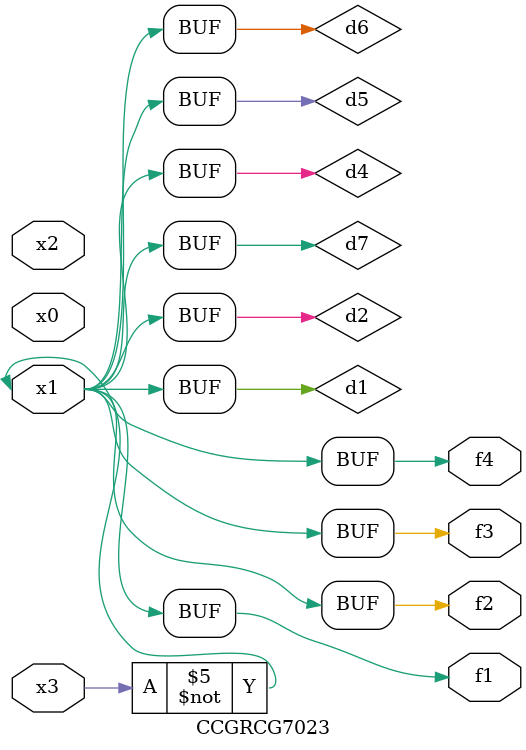
<source format=v>
module CCGRCG7023(
	input x0, x1, x2, x3,
	output f1, f2, f3, f4
);

	wire d1, d2, d3, d4, d5, d6, d7;

	not (d1, x3);
	buf (d2, x1);
	xnor (d3, d1, d2);
	nor (d4, d1);
	buf (d5, d1, d2);
	buf (d6, d4, d5);
	nand (d7, d4);
	assign f1 = d6;
	assign f2 = d7;
	assign f3 = d6;
	assign f4 = d6;
endmodule

</source>
